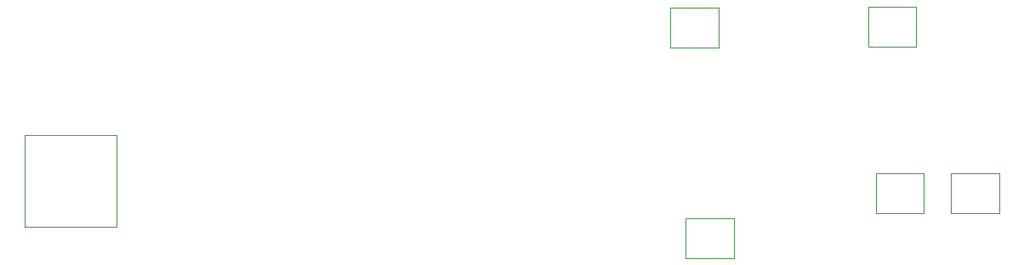
<source format=gbr>
%TF.GenerationSoftware,Altium Limited,Altium Designer,19.1.9 (167)*%
G04 Layer_Color=32896*
%FSLAX26Y26*%
%MOIN*%
%TF.FileFunction,Other,Mechanical_20*%
%TF.Part,Single*%
G01*
G75*
%TA.AperFunction,NonConductor*%
%ADD44C,0.003937*%
D44*
X2829488Y1501260D02*
Y1658740D01*
X2640512Y1501260D02*
X2829488D01*
X2640512D02*
Y1658740D01*
X2829488D01*
X3740512Y851260D02*
Y1008740D01*
X3929488D01*
Y851260D02*
Y1008740D01*
X3740512Y851260D02*
X3929488D01*
X3445512D02*
Y1008740D01*
X3634488D01*
Y851260D02*
Y1008740D01*
X3445512Y851260D02*
X3634488D01*
X3604488Y1506260D02*
Y1663740D01*
X3415512Y1506260D02*
X3604488D01*
X3415512D02*
Y1663740D01*
X3604488D01*
X2700512Y676260D02*
Y833740D01*
X2889488D01*
Y676260D02*
Y833740D01*
X2700512Y676260D02*
X2889488D01*
X110630Y800118D02*
X469370D01*
Y1159882D01*
X110630D02*
X469370D01*
X110630Y800118D02*
Y1159882D01*
%TF.MD5,9b7ee1041f5945061b0f424dbf8117cf*%
M02*

</source>
